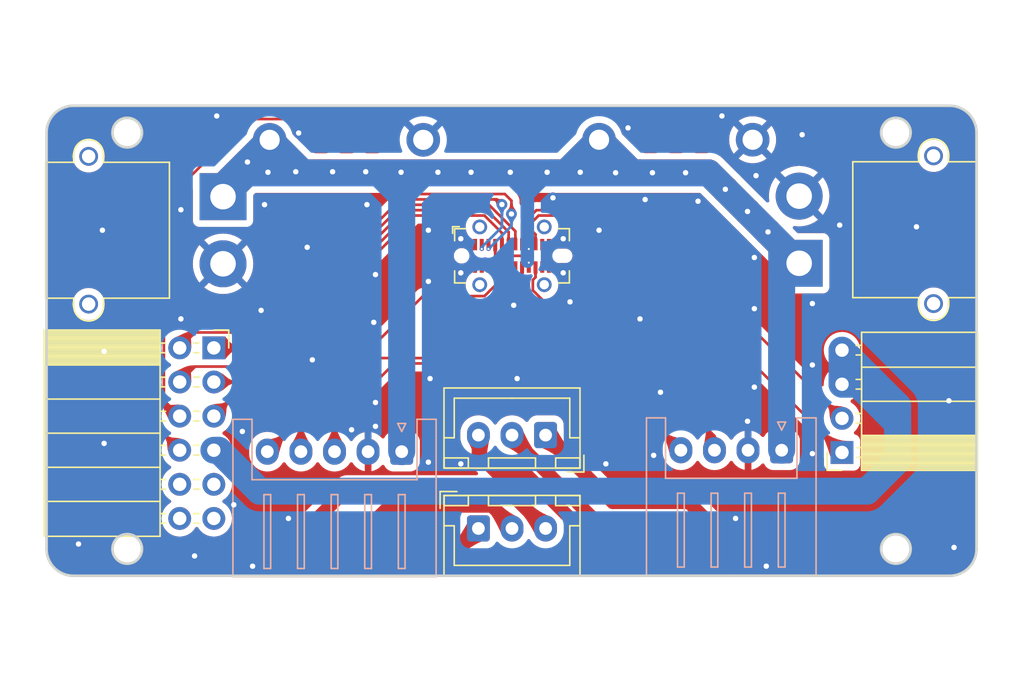
<source format=kicad_pcb>
(kicad_pcb (version 20221018) (generator pcbnew)
  (layers (0 "F.Cu" signal) (31 "B.Cu" signal) (34 "B.Paste" user) (35 "F.Paste" user) (36 "B.SilkS" user "B.Silkscreen") (37 "F.SilkS" user "F.Silkscreen") (38 "B.Mask" user) (39 "F.Mask" user) (44 "Edge.Cuts" user))
  (net 0 "")
  (net 1 "GND")
  (net 2 "/UART_TX")
  (net 3 "/UART_RX")
  (net 4 "+12V")
  (net 5 "/MDRX")
  (net 8 "/MDTX")
  (net 9 "/FET1")
  (net 10 "/FET2")
  (net 11 "/Line_NeoPixel")
  (net 12 "/FET3")
  (net 13 "/MouseRX")
  (net 15 "/MouseTX")
  (net 16 "/LineRX")
  (net 17 "/LineTX")
  (net 18 "/OUT1A")
  (net 19 "/OUT1B")
  (net 20 "/OUT1C")
  (net 21 "/OUT2A")
  (net 22 "/OUT2B")
  (net 23 "/OUT2C")
  (net 24 "+48V")
  (net 25 "/BLDC1")
  (net 26 "/BLDC2")
  (footprint "Connector_AMASS:AMASS_XT30PW-M_1x02_P2.50mm_Horizontal" (layer "F.Cu") (at 130.897 78.145 90)
    (fp_text reference "J4" hide)
    (fp_text value "Conn_01x02_Socket" hide)
    (pad "" thru_hole circle (at -8 -10 90) (size 1.4 1.4) (drill 1) (layers "*.Cu" "*.Mask"))
    (pad "" thru_hole circle (at 3 -10 90) (size 1.4 1.4) (drill 1) (layers "*.Cu" "*.Mask"))
    (pad "1" thru_hole rect (at 0 0 90) (size 3.5 3.5) (drill 1.9) (layers "*.Cu" "*.Mask") (net 4 "+12V"))
    (pad "2" thru_hole circle (at -5 0 90) (size 3.5 3.5) (drill 1.9) (layers "*.Cu" "*.Mask") (net 1 "GND"))
  )
  (footprint "Connector_JST:JST_XH_B3B-XH-A_1x03_P2.50mm_Vertical" (layer "F.Cu") (at 149.9 102.853)
    (fp_text reference "J5" hide)
    (fp_text value "Conn_01x03_Socket" hide)
    (pad "1" thru_hole roundrect (at 0 0) (size 1.7 1.95) (drill 0.95) (layers "*.Cu" "*.Mask") (roundrect_rratio 0.1470588235) (net 18 "/OUT1A"))
    (pad "2" thru_hole oval (at 2.5 0) (size 1.7 1.95) (drill 0.95) (layers "*.Cu" "*.Mask") (net 19 "/OUT1B"))
    (pad "3" thru_hole oval (at 5 0) (size 1.7 1.95) (drill 0.95) (layers "*.Cu" "*.Mask") (net 20 "/OUT1C"))
  )
  (footprint "Connector_USB:USB_C_Receptacle_GCT_USB4115-03-C" (layer "F.Cu") (at 152.4 82.55)
    (fp_text reference "J1" hide)
    (fp_text value "UJ32-C-V-G-TH-5-P24-TR" hide)
    (pad "" np_thru_hole circle (at -3.75 0) (size 0.66 0.66) (drill 0.66) (layers "F&B.Cu" "*.Mask"))
    (pad "" np_thru_hole oval (at 3.75 0) (size 1 0.58) (drill oval 1 0.58) (layers "F&B.Cu" "*.Mask"))
    (pad "A1" smd rect (at -2.75 -0.835) (size 0.3 0.85) (layers "F.Cu" "F.Paste" "F.Mask") (net 1 "GND"))
    (pad "A2" smd rect (at -2.25 -0.835) (size 0.3 0.85) (layers "F.Cu" "F.Paste" "F.Mask") (net 8 "/MDTX"))
    (pad "A3" smd rect (at -1.75 -0.835) (size 0.3 0.85) (layers "F.Cu" "F.Paste" "F.Mask") (net 5 "/MDRX"))
    (pad "A4" smd rect (at -1.25 -0.835) (size 0.3 0.85) (layers "F.Cu" "F.Paste" "F.Mask") (net 4 "+12V"))
    (pad "A5" smd rect (at -0.75 -0.835) (size 0.3 0.85) (layers "F.Cu" "F.Paste" "F.Mask") (net 12 "/FET3"))
    (pad "A6" smd rect (at -0.25 -0.835) (size 0.3 0.85) (layers "F.Cu" "F.Paste" "F.Mask") (net 9 "/FET1"))
    (pad "A7" smd rect (at 0.25 -0.835) (size 0.3 0.85) (layers "F.Cu" "F.Paste" "F.Mask") (net 10 "/FET2"))
    (pad "A8" smd rect (at 0.75 -0.835) (size 0.3 0.85) (layers "F.Cu" "F.Paste" "F.Mask") (net 3 "/UART_RX"))
    (pad "A9" smd rect (at 1.25 -0.835) (size 0.3 0.85) (layers "F.Cu" "F.Paste" "F.Mask") (net 4 "+12V"))
    (pad "A10" smd rect (at 1.75 -0.835) (size 0.3 0.85) (layers "F.Cu" "F.Paste" "F.Mask") (net 2 "/UART_TX"))
    (pad "A11" smd rect (at 2.25 -0.835) (size 0.3 0.85) (layers "F.Cu" "F.Paste" "F.Mask"))
    (pad "A12" smd rect (at 2.75 -0.835) (size 0.3 0.85) (layers "F.Cu" "F.Paste" "F.Mask") (net 1 "GND"))
    (pad "B1" smd rect (at 2.75 0.835) (size 0.3 0.85) (layers "F.Cu" "F.Paste" "F.Mask") (net 1 "GND"))
    (pad "B2" smd rect (at 2.25 0.835) (size 0.3 0.85) (layers "F.Cu" "F.Paste" "F.Mask"))
    (pad "B3" smd rect (at 1.75 0.835) (size 0.3 0.85) (layers "F.Cu" "F.Paste" "F.Mask") (net 13 "/MouseRX"))
    (pad "B4" smd rect (at 1.25 0.835) (size 0.3 0.85) (layers "F.Cu" "F.Paste" "F.Mask") (net 4 "+12V"))
    (pad "B5" smd rect (at 0.75 0.835) (size 0.3 0.85) (layers "F.Cu" "F.Paste" "F.Mask") (net 15 "/MouseTX"))
    (pad "B6" smd rect (at 0.25 0.835) (size 0.3 0.85) (layers "F.Cu" "F.Paste" "F.Mask") (net 16 "/LineRX"))
    (pad "B7" smd rect (at -0.25 0.835) (size 0.3 0.85) (layers "F.Cu" "F.Paste" "F.Mask") (net 17 "/LineTX"))
    (pad "B8" smd rect (at -0.75 0.835) (size 0.3 0.85) (layers "F.Cu" "F.Paste" "F.Mask") (net 11 "/Line_NeoPixel"))
    (pad "B9" smd rect (at -1.25 0.835) (size 0.3 0.85) (layers "F.Cu" "F.Paste" "F.Mask") (net 4 "+12V"))
    (pad "B10" smd rect (at -1.75 0.835) (size 0.3 0.85) (layers "F.Cu" "F.Paste" "F.Mask"))
    (pad "B11" smd rect (at -2.25 0.835) (size 0.3 0.85) (layers "F.Cu" "F.Paste" "F.Mask"))
    (pad "B12" smd rect (at -2.75 0.835) (size 0.3 0.85) (layers "F.Cu" "F.Paste" "F.Mask") (net 1 "GND"))
    (pad "S1" thru_hole circle (at -2.4 -2.15) (size 1.1 1.1) (drill 0.7) (layers "*.Cu" "*.Mask" "F.Paste"))
    (pad "S1" thru_hole circle (at -2.4 2.15) (size 1.1 1.1) (drill 0.7) (layers "*.Cu" "*.Mask" "F.Paste"))
    (pad "S1" thru_hole circle (at 2.4 -2.15) (size 1.1 1.1) (drill 0.7) (layers "*.Cu" "*.Mask" "F.Paste"))
    (pad "S1" thru_hole circle (at 2.4 2.15) (size 1.1 1.1) (drill 0.7) (layers "*.Cu" "*.Mask" "F.Paste"))
    (zone (net 0) (net_name "") (layer "F.Cu") (name "peg") (connect_pads (clearance 0)) (min_thickness 0.254)
      (keepout (tracks allowed) (vias allowed) (pads not_allowed) (copperpour not_allowed) (footprints not_allowed))
      (fill (thermal_gap 0.508) (thermal_bridge_width 0.508))
      (polygon (pts (xy 153.2 80.75) (xy 151.6 80.75) (xy 151.6 80.05) (xy 153.2 80.05)))
    )
    (zone (net 0) (net_name "") (layer "F.Cu") (name "peg") (connect_pads (clearance 0)) (min_thickness 0.254)
      (keepout (tracks allowed) (vias allowed) (pads not_allowed) (copperpour not_allowed) (footprints not_allowed))
      (fill (thermal_gap 0.508) (thermal_bridge_width 0.508))
      (polygon (pts (xy 153.2 85.05) (xy 151.6 85.05) (xy 151.6 84.35) (xy 153.2 84.35)))
    )
  )
  (footprint "ESC:ESC_20A" (layer "F.Cu") (at 164.592 106.926 180)
    (fp_text reference "U2" hide)
    (fp_text value "~" hide)
    (pad "1" thru_hole circle (at 5.715 33.02 270) (size 2.5 2.5) (drill 1.5) (layers "*.Cu" "*.Mask") (net 4 "+12V"))
    (pad "2" thru_hole circle (at -5.715 33.02 270) (size 2.5 2.5) (drill 1.5) (layers "*.Cu" "*.Mask") (net 1 "GND"))
    (pad "3" smd roundrect (at -1.905 33.02 180) (size 1.5 2) (layers "F.Cu" "F.Paste" "F.Mask") (net 26 "/BLDC2"))
    (pad "4" smd roundrect (at 0 33.02 180) (size 1.5 2) (layers "F.Cu" "F.Paste" "F.Mask"))
    (pad "5" smd roundrect (at 1.905 33.02 180) (size 1.5 2) (layers "F.Cu" "F.Paste" "F.Mask") (net 1 "GND"))
    (pad "6" smd circle (at -4.445 2.54 180) (size 2.5 2.5) (layers "F.Cu" "F.Paste" "F.Mask") (net 21 "/OUT2A"))
    (pad "7" smd circle (at 0 2.54 180) (size 2.5 2.5) (layers "F.Cu" "F.Paste" "F.Mask") (net 22 "/OUT2B"))
    (pad "8" smd circle (at 4.445 2.54 270) (size 2.5 2.5) (layers "F.Cu" "F.Paste" "F.Mask") (net 23 "/OUT2C"))
  )
  (footprint "Connector_JST:JST_XH_B3B-XH-A_1x03_P2.50mm_Vertical" (layer "F.Cu") (at 154.9 95.902 180)
    (fp_text reference "J6" hide)
    (fp_text value "Conn_01x03_Socket" hide)
    (pad "1" thru_hole roundrect (at 0 0 180) (size 1.7 1.95) (drill 0.95) (layers "*.Cu" "*.Mask") (roundrect_rratio 0.1470588235) (net 21 "/OUT2A"))
    (pad "2" thru_hole oval (at 2.5 0 180) (size 1.7 1.95) (drill 0.95) (layers "*.Cu" "*.Mask") (net 22 "/OUT2B"))
    (pad "3" thru_hole oval (at 5 0 180) (size 1.7 1.95) (drill 0.95) (layers "*.Cu" "*.Mask") (net 23 "/OUT2C"))
  )
  (footprint "Connector_PinSocket_2.54mm:PinSocket_2x06_P2.54mm_Horizontal" (layer "F.Cu") (at 130.212 89.408)
    (fp_text reference "J8" hide)
    (fp_text value "Conn_01x08_Socket" hide)
    (pad "1" thru_hole rect (at 0 0) (size 1.7 1.7) (drill 1) (layers "*.Cu" "*.Mask") (net 8 "/MDTX"))
    (pad "2" thru_hole oval (at -2.54 0) (size 1.7 1.7) (drill 1) (layers "*.Cu" "*.Mask") (net 5 "/MDRX"))
    (pad "3" thru_hole oval (at 0 2.54) (size 1.7 1.7) (drill 1) (layers "*.Cu" "*.Mask") (net 9 "/FET1"))
    (pad "4" thru_hole oval (at -2.54 2.54) (size 1.7 1.7) (drill 1) (layers "*.Cu" "*.Mask") (net 10 "/FET2"))
    (pad "5" thru_hole oval (at 0 5.08) (size 1.7 1.7) (drill 1) (layers "*.Cu" "*.Mask") (net 12 "/FET3"))
    (pad "6" thru_hole oval (at -2.54 5.08) (size 1.7 1.7) (drill 1) (layers "*.Cu" "*.Mask") (net 25 "/BLDC1"))
    (pad "7" thru_hole oval (at 0 7.62) (size 1.7 1.7) (drill 1) (layers "*.Cu" "*.Mask") (net 24 "+48V"))
    (pad "8" thru_hole oval (at -2.54 7.62) (size 1.7 1.7) (drill 1) (layers "*.Cu" "*.Mask") (net 26 "/BLDC2"))
    (pad "9" thru_hole oval (at 0 10.16) (size 1.7 1.7) (drill 1) (layers "*.Cu" "*.Mask"))
    (pad "10" thru_hole oval (at -2.54 10.16) (size 1.7 1.7) (drill 1) (layers "*.Cu" "*.Mask"))
    (pad "11" thru_hole oval (at 0 12.7) (size 1.7 1.7) (drill 1) (layers "*.Cu" "*.Mask"))
    (pad "12" thru_hole oval (at -2.54 12.7) (size 1.7 1.7) (drill 1) (layers "*.Cu" "*.Mask"))
  )
  (footprint "Connector_AMASS:AMASS_XT30PW-M_1x02_P2.50mm_Horizontal" (layer "F.Cu") (at 173.769 83.106 -90)
    (fp_text reference "J3" hide)
    (fp_text value "Conn_01x02_Socket" hide)
    (pad "" thru_hole circle (at -8 -10 270) (size 1.4 1.4) (drill 1) (layers "*.Cu" "*.Mask"))
    (pad "" thru_hole circle (at 3 -10 270) (size 1.4 1.4) (drill 1) (layers "*.Cu" "*.Mask"))
    (pad "1" thru_hole rect (at 0 0 270) (size 3.5 3.5) (drill 1.9) (layers "*.Cu" "*.Mask") (net 4 "+12V"))
    (pad "2" thru_hole circle (at -5 0 270) (size 3.5 3.5) (drill 1.9) (layers "*.Cu" "*.Mask") (net 1 "GND"))
  )
  (footprint "ESC:ESC_20A" (layer "F.Cu") (at 140.081 106.934 180)
    (fp_text reference "U1" hide)
    (fp_text value "~" hide)
    (pad "1" thru_hole circle (at 5.715 33.02 270) (size 2.5 2.5) (drill 1.5) (layers "*.Cu" "*.Mask") (net 4 "+12V"))
    (pad "2" thru_hole circle (at -5.715 33.02 270) (size 2.5 2.5) (drill 1.5) (layers "*.Cu" "*.Mask") (net 1 "GND"))
    (pad "3" smd roundrect (at -1.905 33.02 180) (size 1.5 2) (layers "F.Cu" "F.Paste" "F.Mask") (net 25 "/BLDC1"))
    (pad "4" smd roundrect (at 0 33.02 180) (size 1.5 2) (layers "F.Cu" "F.Paste" "F.Mask"))
    (pad "5" smd roundrect (at 1.905 33.02 180) (size 1.5 2) (layers "F.Cu" "F.Paste" "F.Mask") (net 1 "GND"))
    (pad "6" smd circle (at -4.445 2.54 180) (size 2.5 2.5) (layers "F.Cu" "F.Paste" "F.Mask") (net 18 "/OUT1A"))
    (pad "7" smd circle (at 0 2.54 180) (size 2.5 2.5) (layers "F.Cu" "F.Paste" "F.Mask") (net 19 "/OUT1B"))
    (pad "8" smd circle (at 4.445 2.54 270) (size 2.5 2.5) (layers "F.Cu" "F.Paste" "F.Mask") (net 20 "/OUT1C"))
  )
  (footprint "Connector_PinSocket_2.54mm:PinSocket_1x04_P2.54mm_Horizontal" (layer "F.Cu") (at 176.956 97.195 180)
    (fp_text reference "J7" hide)
    (fp_text value "Conn_01x04_Socket" hide)
    (pad "1" thru_hole rect (at 0 0 180) (size 1.7 1.7) (drill 1) (layers "*.Cu" "*.Mask") (net 2 "/UART_TX"))
    (pad "2" thru_hole oval (at 0 2.54 180) (size 1.7 1.7) (drill 1) (layers "*.Cu" "*.Mask") (net 3 "/UART_RX"))
    (pad "3" thru_hole oval (at 0 5.08 180) (size 1.7 1.7) (drill 1) (layers "*.Cu" "*.Mask") (net 24 "+48V"))
    (pad "4" thru_hole oval (at 0 7.62 180) (size 1.7 1.7) (drill 1) (layers "*.Cu" "*.Mask") (net 24 "+48V"))
  )
  (footprint "Connector_JST:JST_XH_S4B-XH-A_1x04_P2.50mm_Horizontal" (layer "B.Cu") (at 172.466 97.028 180)
    (fp_text reference "J9" hide)
    (fp_text value "Conn_01x04_Socket" hide)
    (pad "1" thru_hole roundrect (at 0 0 180) (size 1.7 1.95) (drill 0.95) (layers "*.Cu" "*.Mask") (roundrect_rratio 0.1470588235) (net 4 "+12V"))
    (pad "2" thru_hole oval (at 2.5 0 180) (size 1.7 1.95) (drill 0.95) (layers "*.Cu" "*.Mask") (net 1 "GND"))
    (pad "3" thru_hole oval (at 5 0 180) (size 1.7 1.95) (drill 0.95) (layers "*.Cu" "*.Mask") (net 13 "/MouseRX"))
    (pad "4" thru_hole oval (at 7.5 0 180) (size 1.7 1.95) (drill 0.95) (layers "*.Cu" "*.Mask") (net 15 "/MouseTX"))
  )
  (footprint "Connector_JST:JST_XH_S5B-XH-A_1x05_P2.50mm_Horizontal" (layer "B.Cu") (at 144.192 97.134 180)
    (fp_text reference "J2" hide)
    (fp_text value "Conn_01x05_Socket" hide)
    (pad "1" thru_hole roundrect (at 0 0 180) (size 1.7 1.95) (drill 0.95) (layers "*.Cu" "*.Mask") (roundrect_rratio 0.1470588235) (net 4 "+12V"))
    (pad "2" thru_hole oval (at 2.5 0 180) (size 1.7 1.95) (drill 0.95) (layers "*.Cu" "*.Mask") (net 1 "GND"))
    (pad "3" thru_hole oval (at 5 0 180) (size 1.7 1.95) (drill 0.95) (layers "*.Cu" "*.Mask") (net 16 "/LineRX"))
    (pad "4" thru_hole oval (at 7.5 0 180) (size 1.7 1.95) (drill 0.95) (layers "*.Cu" "*.Mask") (net 17 "/LineTX"))
    (pad "5" thru_hole oval (at 10 0 180) (size 1.7 1.95) (drill 0.95) (layers "*.Cu" "*.Mask") (net 11 "/Line_NeoPixel"))
  )
  (gr_line (start 117.76701 73.377) (end 117.76701 104.377) (stroke (width 0.2)) (layer "Edge.Cuts"))
  (gr_line (start 186.96499 104.377) (end 186.96499 73.377) (stroke (width 0.2)) (layer "Edge.Cuts"))
  (gr_arc (start 119.76701 106.377) (mid 118.352796 105.791214) (end 117.76701 104.377) (stroke (width 0.2)) (layer "Edge.Cuts"))
  (gr_line (start 184.96499 71.377) (end 119.76701 71.377) (stroke (width 0.2)) (layer "Edge.Cuts"))
  (gr_circle (center 123.76701 104.377) (end 124.86701 104.377) (stroke (width 0.2)) (fill none) (layer "Edge.Cuts"))
  (gr_arc (start 186.96499 104.377) (mid 186.379203 105.79121) (end 184.96499 106.377) (stroke (width 0.2)) (layer "Edge.Cuts"))
  (gr_circle (center 180.96499 73.377) (end 182.06499 73.377) (stroke (width 0.2)) (fill none) (layer "Edge.Cuts"))
  (gr_circle (center 123.76701 73.377) (end 124.86701 73.377) (stroke (width 0.2)) (fill none) (layer "Edge.Cuts"))
  (gr_circle (center 180.96499 104.377) (end 182.06499 104.377) (stroke (width 0.2)) (fill none) (layer "Edge.Cuts"))
  (gr_line (start 119.76701 106.377) (end 184.96499 106.377) (stroke (width 0.2)) (layer "Edge.Cuts"))
  (gr_arc (start 184.96499 71.377) (mid 186.37921 71.962783) (end 186.96499 73.377) (stroke (width 0.2)) (layer "Edge.Cuts"))
  (gr_arc (start 117.76701 73.377) (mid 118.352796 71.962786) (end 119.76701 71.377) (stroke (width 0.2)) (layer "Edge.Cuts"))
  (segment (start 149.025 81.715) (end 148.59 81.28) (width 0.2) (layer "F.Cu") (net 1))
  (segment (start 155.15 81.715) (end 155.775 81.715) (width 0.2) (layer "F.Cu") (net 1))
  (segment (start 149.025 83.385) (end 148.59 83.82) (width 0.2) (layer "F.Cu") (net 1))
  (segment (start 155.775 83.385) (end 156.21 83.82) (width 0.2) (layer "F.Cu") (net 1))
  (segment (start 155.775 81.715) (end 156.21 81.28) (width 0.2) (layer "F.Cu") (net 1))
  (segment (start 149.65 83.385) (end 149.025 83.385) (width 0.2) (layer "F.Cu") (net 1))
  (segment (start 149.65 81.715) (end 149.025 81.715) (width 0.2) (layer "F.Cu") (net 1))
  (segment (start 155.15 83.385) (end 155.775 83.385) (width 0.2) (layer "F.Cu") (net 1))
  (via (at 162.306 78.359) (size 0.8) (drill 0.4) (layers "F.Cu" "B.Cu") (net 1))
  (via (at 146.177 97.917) (size 0.8) (drill 0.4) (layers "F.Cu" "B.Cu") (net 1))
  (via (at 152.527 86.233) (size 0.8) (drill 0.4) (layers "F.Cu" "B.Cu") (net 1))
  (via (at 127.762 79.121) (size 0.8) (drill 0.4) (layers "F.Cu" "B.Cu") (net 1))
  (via (at 141.605 78.74) (size 0.8) (drill 0.4) (layers "F.Cu" "B.Cu") (net 1))
  (via (at 182.499 80.391) (size 0.8) (drill 0.4) (layers "F.Cu" "B.Cu") (net 1))
  (via (at 152.781 91.694) (size 0.8) (drill 0.4) (layers "F.Cu" "B.Cu") (net 1))
  (via (at 174.752 90.678) (size 0.8) (drill 0.4) (layers "F.Cu" "B.Cu") (net 1))
  (via (at 170.434 92.329) (size 0.8) (drill 0.4) (layers "F.Cu" "B.Cu") (net 1))
  (via (at 169.037 102.108) (size 0.8) (drill 0.4) (layers "F.Cu" "B.Cu") (net 1))
  (via (at 148.59 81.28) (size 0.8) (drill 0.4) (layers "F.Cu" "B.Cu") (net 1))
  (via (at 146.177 84.455) (size 0.8) (drill 0.4) (layers "F.Cu" "B.Cu") (net 1))
  (via (at 176.784 80.264) (size 0.8) (drill 0.4) (layers "F.Cu" "B.Cu") (net 1))
  (via (at 140.462 95.504) (size 0.8) (drill 0.4) (layers "F.Cu" "B.Cu") (net 1))
  (via (at 135.763 102.108) (size 0.8) (drill 0.4) (layers "F.Cu" "B.Cu") (net 1))
  (via (at 128.778 104.902) (size 0.8) (drill 0.4) (layers "F.Cu" "B.Cu") (net 1))
  (via (at 122.047 89.662) (size 0.8) (drill 0.4) (layers "F.Cu" "B.Cu") (net 1))
  (via (at 148.59 98.044) (size 0.8) (drill 0.4) (layers "F.Cu" "B.Cu") (net 1))
  (via (at 156.21 81.28) (size 0.8) (drill 0.4) (layers "F.Cu" "B.Cu") (net 1))
  (via (at 146.177 80.645) (size 0.8) (drill 0.4) (layers "F.Cu" "B.Cu") (net 1))
  (via (at 166.243 78.486) (size 0.8) (drill 0.4) (layers "F.Cu" "B.Cu") (net 1))
  (via (at 174.752 86.106) (size 0.8) (drill 0.4) (layers "F.Cu" "B.Cu") (net 1))
  (via (at 146.304 91.694) (size 0.8) (drill 0.4) (layers "F.Cu" "B.Cu") (net 1))
  (via (at 137.16 81.915) (size 0.8) (drill 0.4) (layers "F.Cu" "B.Cu") (net 1))
  (via (at 163.449 92.71) (size 0.8) (drill 0.4) (layers "F.Cu" "B.Cu") (net 1))
  (via (at 171.323 105.664) (size 0.8) (drill 0.4) (layers "F.Cu" "B.Cu") (net 1))
  (via (at 170.434 82.677) (size 0.8) (drill 0.4) (layers "F.Cu" "B.Cu") (net 1))
  (via (at 133.096 105.664) (size 0.8) (drill 0.4) (layers "F.Cu" "B.Cu") (net 1))
  (via (at 127.762 87.249) (size 0.8) (drill 0.4) (layers "F.Cu" "B.Cu") (net 1))
  (via (at 122.047 96.52) (size 0.8) (drill 0.4) (layers "F.Cu" "B.Cu") (net 1))
  (via (at 131.699 101.092) (size 0.8) (drill 0.4) (layers "F.Cu" "B.Cu") (net 1))
  (via (at 137.541 90.297) (size 0.8) (drill 0.4) (layers "F.Cu" "B.Cu") (net 1))
  (via (at 133.985 78.74) (size 0.8) (drill 0.4) (layers "F.Cu" "B.Cu") (net 1))
  (via (at 132.334 95.631) (size 0.8) (drill 0.4) (layers "F.Cu" "B.Cu") (net 1))
  (via (at 161.925 87.249) (size 0.8) (drill 0.4) (layers "F.Cu" "B.Cu") (net 1))
  (via (at 120.142 104.013) (size 0.8) (drill 0.4) (layers "F.Cu" "B.Cu") (net 1))
  (via (at 142.24 83.947) (size 0.8) (drill 0.4) (layers "F.Cu" "B.Cu") (net 1))
  (via (at 142.24 93.472) (size 0.8) (drill 0.4) (layers "F.Cu" "B.Cu") (net 1))
  (via (at 158.877 80.645) (size 0.8) (drill 0.4) (layers "F.Cu" "B.Cu") (net 1))
  (via (at 136.525 73.406) (size 0.8) (drill 0.4) (layers "F.Cu" "B.Cu") (net 1))
  (via (at 185.293 104.267) (size 0.8) (drill 0.4) (layers "F.Cu" "B.Cu") (net 1))
  (via (at 169.926 94.869) (size 0.8) (drill 0.4) (layers "F.Cu" "B.Cu") (net 1))
  (via (at 130.429 72.136) (size 0.8) (drill 0.4) (layers "F.Cu" "B.Cu") (net 1))
  (via (at 133.731 86.614) (size 0.8) (drill 0.4) (layers "F.Cu" "B.Cu") (net 1))
  (via (at 162.941 97.409) (size 0.8) (drill 0.4) (layers "F.Cu" "B.Cu") (net 1))
  (via (at 161.036 73.025) (size 0.8) (drill 0.4) (layers "F.Cu" "B.Cu") (net 1))
  (via (at 159.385 98.044) (size 0.8) (drill 0.4) (layers "F.Cu" "B.Cu") (net 1))
  (via (at 156.21 83.82) (size 0.8) (drill 0.4) (layers "F.Cu" "B.Cu") (net 1))
  (via (at 155.448 78.232) (size 0.8) (drill 0.4) (layers "F.Cu" "B.Cu") (net 1))
  (via (at 142.113 87.503) (size 0.8) (drill 0.4) (layers "F.Cu" "B.Cu") (net 1))
  (via (at 148.59 83.82) (size 0.8) (drill 0.4) (layers "F.Cu" "B.Cu") (net 1))
  (via (at 170.434 86.487) (size 0.8) (drill 0.4) (layers "F.Cu" "B.Cu") (net 1))
  (via (at 173.99 73.533) (size 0.8) (drill 0.4) (layers "F.Cu" "B.Cu") (net 1))
  (via (at 168.021 72.136) (size 0.8) (drill 0.4) (layers "F.Cu" "B.Cu") (net 1))
  (via (at 174.752 97.282) (size 0.8) (drill 0.4) (layers "F.Cu" "B.Cu") (net 1))
  (via (at 170.561 76.581) (size 0.8) (drill 0.4) (layers "F.Cu" "B.Cu") (net 1))
  (via (at 142.24 95.25) (size 0.8) (drill 0.4) (layers "F.Cu" "B.Cu") (net 1))
  (via (at 156.718 85.979) (size 0.8) (drill 0.4) (layers "F.Cu" "B.Cu") (net 1))
  (via (at 121.92 80.645) (size 0.8) (drill 0.4) (layers "F.Cu" "B.Cu") (net 1))
  (via (at 184.912 93.345) (size 0.8) (drill 0.4) (layers "F.Cu" "B.Cu") (net 1))
  (segment (start 154.15 81.715) (end 154.15 80.952082) (width 0.2) (layer "F.Cu") (net 2))
  (segment (start 153.924 80.726082) (end 153.924 80.01) (width 0.2) (layer "F.Cu") (net 2))
  (segment (start 154.15 80.952082) (end 153.924 80.726082) (width 0.2) (layer "F.Cu") (net 2))
  (segment (start 154.384 79.55) (end 159.311 79.55) (width 0.2) (layer "F.Cu") (net 2))
  (segment (start 159.311 79.55) (end 176.956 97.195) (width 0.2) (layer "F.Cu") (net 2))
  (segment (start 153.924 80.01) (end 154.384 79.55) (width 0.2) (layer "F.Cu") (net 2))
  (segment (start 154.218314 79.15) (end 153.15 80.218314) (width 0.2) (layer "F.Cu") (net 3))
  (segment (start 161.451 79.15) (end 154.218314 79.15) (width 0.2) (layer "F.Cu") (net 3))
  (segment (start 176.956 94.655) (end 161.451 79.15) (width 0.2) (layer "F.Cu") (net 3))
  (segment (start 153.15 80.218314) (end 153.15 81.715) (width 0.2) (layer "F.Cu") (net 3))
  (segment (start 171.435 80.772) (end 171.45 80.772) (width 2) (layer "F.Cu") (net 4))
  (segment (start 158.877 73.906) (end 161.335 76.364) (width 2) (layer "F.Cu") (net 4))
  (segment (start 160.11 76.364) (end 159.004 76.364) (width 2) (layer "F.Cu") (net 4))
  (segment (start 138.811 76.364) (end 155.321 76.364) (width 2) (layer "F.Cu") (net 4))
  (segment (start 134.202 76.364) (end 134.239 76.327) (width 2) (layer "F.Cu") (net 4))
  (segment (start 130.897 78.145) (end 130.897 77.383) (width 2) (layer "F.Cu") (net 4))
  (segment (start 134.366 73.914) (end 136.816 76.364) (width 2) (layer "F.Cu") (net 4))
  (segment (start 151.15 82.55) (end 151.15 83.385) (width 0.2) (layer "F.Cu") (net 4))
  (segment (start 134.239 76.327) (end 134.276 76.364) (width 2) (layer "F.Cu") (net 4))
  (segment (start 132.715 75.565) (end 134.366 73.914) (width 2) (layer "F.Cu") (net 4))
  (segment (start 169.911 79.248) (end 169.926 79.248) (width 2) (layer "F.Cu") (net 4))
  (segment (start 158.877 73.906) (end 158.877 76.237) (width 2) (layer "F.Cu") (net 4))
  (segment (start 153.65 83.058) (end 153.65 83.385) (width 0.2) (layer "F.Cu") (net 4))
  (segment (start 165.317 76.364) (end 167.027 76.364) (width 2) (layer "F.Cu") (net 4))
  (segment (start 153.65 82.042) (end 153.65 82.55) (width 0.2) (layer "F.Cu") (net 4))
  (segment (start 161.335 76.364) (end 161.925 76.364) (width 2) (layer "F.Cu") (net 4))
  (segment (start 158.877 73.906) (end 156.419 76.364) (width 2) (layer "F.Cu") (net 4))
  (segment (start 151.15 82.55) (end 153.65 82.55) (width 0.2) (layer "F.Cu") (net 4))
  (segment (start 171.45 80.787) (end 173.769 83.106) (width 2) (layer "F.Cu") (net 4))
  (segment (start 168.26 77.597) (end 168.275 77.597) (width 2) (layer "F.Cu") (net 4))
  (segment (start 132.678 76.364) (end 134.202 76.364) (width 2) (layer "F.Cu") (net 4))
  (segment (start 153.65 82.55) (end 153.65 83.058) (width 0.2) (layer "F.Cu") (net 4))
  (segment (start 134.366 76.364) (end 138.811 76.364) (width 2) (layer "F.Cu") (net 4))
  (segment (start 168.275 77.597) (end 168.275 77.612) (width 2) (layer "F.Cu") (net 4))
  (segment (start 168.275 77.612) (end 169.911 79.248) (width 2) (layer "F.Cu") (net 4))
  (segment (start 160.11 76.364) (end 160.491 76.364) (width 2) (layer "F.Cu") (net 4))
  (segment (start 156.419 76.364) (end 155.321 76.364) (width 2) (layer "F.Cu") (net 4))
  (segment (start 167.027 76.364) (end 168.26 77.597) (width 2) (layer "F.Cu") (net 4))
  (segment (start 130.897 78.145) (end 132.678 76.364) (width 2) (layer "F.Cu") (net 4))
  (segment (start 171.45 80.772) (end 171.45 80.787) (width 2) (layer "F.Cu") (net 4))
  (segment (start 136.816 76.364) (end 138.811 76.364) (width 2) (layer "F.Cu") (net 4))
  (segment (start 162.851 76.364) (end 161.925 76.364) (width 2) (layer "F.Cu") (net 4))
  (segment (start 160.491 76.364) (end 161.925 76.364) (width 2) (layer "F.Cu") (net 4))
  (segment (start 153.65 81.715) (end 153.65 82.042) (width 0.2) (layer "F.Cu") (net 4))
  (segment (start 155.321 76.364) (end 159.004 76.364) (width 2) (layer "F.Cu") (net 4))
  (segment (start 158.877 76.237) (end 159.004 76.364) (width 2) (layer "F.Cu") (net 4))
  (segment (start 162.851 76.364) (end 165.317 76.364) (width 2) (layer "F.Cu") (net 4))
  (segment (start 169.926 79.263) (end 171.435 80.772) (width 2) (layer "F.Cu") (net 4))
  (segment (start 169.926 79.248) (end 169.926 79.263) (width 2) (layer "F.Cu") (net 4))
  (segment (start 134.366 73.914) (end 134.366 76.364) (width 2) (layer "F.Cu") (net 4))
  (segment (start 130.897 77.383) (end 132.715 75.565) (width 2) (layer "F.Cu") (net 4))
  (segment (start 151.15 81.715) (end 151.15 82.55) (width 0.2) (layer "F.Cu") (net 4))
  (segment (start 134.276 76.364) (end 134.366 76.364) (width 2) (layer "F.Cu") (net 4))
  (via (at 171.45 80.772) (size 0.8) (drill 0.4) (layers "F.Cu" "B.Cu") (net 4))
  (via (at 157.48 76.327) (size 0.8) (drill 0.4) (layers "F.Cu" "B.Cu") (net 4))
  (via (at 141.515 76.29) (size 0.8) (drill 0.4) (layers "F.Cu" "B.Cu") (net 4))
  (via (at 168.275 77.597) (size 0.8) (drill 0.4) (layers "F.Cu" "B.Cu") (net 4))
  (via (at 165.317 76.364) (size 0.8) (drill 0.4) (layers "F.Cu" "B.Cu") (net 4))
  (via (at 139.049 76.29) (size 0.8) (drill 0.4) (layers "F.Cu" "B.Cu") (net 4))
  (via (at 132.715 75.565) (size 0.8) (drill 0.4) (layers "F.Cu" "B.Cu") (net 4))
  (via (at 152.273 76.327) (size 0.8) (drill 0.4) (layers "F.Cu" "B.Cu") (net 4))
  (via (at 149.352 76.327) (size 0.8) (drill 0.4) (layers "F.Cu" "B.Cu") (net 4))
  (via micro (at 153.65 82.042) (size 0.3) (drill 0.15) (layers "F.Cu" "B.Cu") (net 4))
  (via (at 146.886 76.327) (size 0.8) (drill 0.4) (layers "F.Cu" "B.Cu") (net 4))
  (via (at 169.926 79.248) (size 0.8) (drill 0.4) (layers "F.Cu" "B.Cu") (net 4))
  (via micro (at 153.65 83.058) (size 0.3) (drill 0.15) (layers "F.Cu" "B.Cu") (net 4))
  (via (at 155.014 76.327) (size 0.8) (drill 0.4) (layers "F.Cu" "B.Cu") (net 4))
  (via (at 134.239 76.327) (size 0.8) (drill 0.4) (layers "F.Cu" "B.Cu") (net 4))
  (via (at 162.851 76.364) (size 0.8) (drill 0.4) (layers "F.Cu" "B.Cu") (net 4))
  (via (at 136.308 76.29) (size 0.8) (drill 0.4) (layers "F.Cu" "B.Cu") (net 4))
  (via (at 144.145 76.327) (size 0.8) (drill 0.4) (layers "F.Cu" "B.Cu") (net 4))
  (via (at 160.11 76.364) (size 0.8) (drill 0.4) (layers "F.Cu" "B.Cu") (net 4))
  (segment (start 130.897 78.145) (end 130.897 77.383) (width 2) (layer "B.Cu") (net 4))
  (segment (start 142.494 76.378) (end 145.796 76.378) (width 2) (layer "B.Cu") (net 4))
  (segment (start 172.466 84.409) (end 173.769 83.106) (width 2) (layer "B.Cu") (net 4))
  (segment (start 172.466 97.028) (end 172.466 84.409) (width 2) (layer "B.Cu") (net 4))
  (segment (start 137.414 76.378) (end 142.494 76.378) (width 2) (layer "B.Cu") (net 4))
  (segment (start 158.877 73.906) (end 161.349 76.378) (width 2) (layer "B.Cu") (net 4))
  (segment (start 130.897 77.383) (end 134.366 73.914) (width 2) (layer "B.Cu") (net 4))
  (segment (start 153.543 76.378) (end 155.194 76.378) (width 2) (layer "B.Cu") (net 4))
  (segment (start 134.366 73.914) (end 136.83 76.378) (width 2) (layer "B.Cu") (net 4))
  (segment (start 153.543 78.029) (end 151.892 76.378) (width 1) (layer "B.Cu") (net 4))
  (segment (start 162.052 76.378) (end 167.041 76.378) (width 2) (layer "B.Cu") (net 4))
  (segment (start 134.112 76.378) (end 137.414 76.378) (width 2) (layer "B.Cu") (net 4))
  (segment (start 153.543 79.629) (end 153.543 82.951) (width 1) (layer "B.Cu") (net 4))
  (segment (start 132.664 76.378) (end 134.112 76.378) (width 2) (layer "B.Cu") (net 4))
  (segment (start 153.543 76.378) (end 153.543 79.629) (width 1) (layer "B.Cu") (net 4))
  (segment (start 144.192 78.076) (end 142.494 76.378) (width 2) (layer "B.Cu") (net 4))
  (segment (start 130.897 78.145) (end 132.664 76.378) (width 2) (layer "B.Cu") (net 4))
  (segment (start 134.366 76.124) (end 134.112 76.378) (width 2) (layer "B.Cu") (net 4))
  (segment (start 144.192 77.982) (end 145.796 76.378) (width 2) (layer "B.Cu") (net 4))
  (segment (start 156.405 76.378) (end 155.194 76.378) (width 2) (layer "B.Cu") (net 4))
  (segment (start 172.466 97.028) (end 172.466 81.803) (width 2) (layer "B.Cu") (net 4))
  (segment (start 167.041 76.378) (end 171.3155 80.6525) (width 2) (layer "B.Cu") (net 4))
  (segment (start 134.366 73.914) (end 134.366 76.124) (width 2) (layer "B.Cu") (net 4))
  (segment (start 151.892 76.378) (end 153.543 76.378) (width 2) (layer "B.Cu") (net 4))
  (segment (start 153.543 78.029) (end 155.194 76.378) (width 1) (layer "B.Cu") (net 4))
  (segment (start 172.466 81.803) (end 171.3155 80.6525) (width 2) (layer "B.Cu") (net 4))
  (segment (start 161.349 76.378) (end 162.052 76.378) (width 2) (layer "B.Cu") (net 4))
  (segment (start 153.543 79.629) (end 153.543 78.029) (width 1) (layer "B.Cu") (net 4))
  (segment (start 145.796 76.378) (end 151.892 76.378) (width 2) (layer "B.Cu") (net 4))
  (segment (start 171.3155 80.6525) (end 173.769 83.106) (width 2) (layer "B.Cu") (net 4))
  (segment (start 158.877 73.906) (end 158.877 76.378) (width 2) (layer "B.Cu") (net 4))
  (segment (start 155.194 76.378) (end 158.877 76.378) (width 2) (layer "B.Cu") (net 4))
  (segment (start 158.877 76.378) (end 162.052 76.378) (width 2) (layer "B.Cu") (net 4))
  (segment (start 136.83 76.378) (end 137.414 76.378) (width 2) (layer "B.Cu") (net 4))
  (segment (start 144.192 97.134) (end 144.192 77.982) (width 2) (layer "B.Cu") (net 4))
  (segment (start 158.877 73.906) (end 156.405 76.378) (width 2) (layer "B.Cu") (net 4))
  (segment (start 144.192 97.134) (end 144.192 78.076) (width 2) (layer "B.Cu") (net 4))
  (segment (start 144.487256 77.95) (end 134.179256 88.258) (width 0.2) (layer "F.Cu") (net 5))
  (segment (start 152.357811 78.444457) (end 151.863354 77.95) (width 0.2) (layer "F.Cu") (net 5))
  (segment (start 128.822 88.258) (end 127.672 89.408) (width 0.2) (layer "F.Cu") (net 5))
  (segment (start 134.179256 88.258) (end 128.822 88.258) (width 0.2) (layer "F.Cu") (net 5))
  (segment (start 151.863354 77.95) (end 144.487256 77.95) (width 0.2) (layer "F.Cu") (net 5))
  (segment (start 150.65 81.715) (end 150.65 82.041998) (width 0.2) (layer "F.Cu") (net 5))
  (segment (start 152.357811 79.434407) (end 152.357811 78.444457) (width 0.2) (layer "F.Cu") (net 5))
  (segment (start 150.65 82.041998) (end 150.649998 82.042) (width 0.2) (layer "F.Cu") (net 5))
  (via (at 152.357811 79.434407) (size 0.8) (drill 0.4) (layers "F.Cu" "B.Cu") (net 5))
  (via micro (at 150.649998 82.042) (size 0.3) (drill 0.15) (layers "F.Cu" "B.Cu") (net 5))
  (segment (start 152.357811 79.434407) (end 152.357811 80.334187) (width 0.2) (layer "B.Cu") (net 5))
  (segment (start 152.357811 80.334187) (end 150.649998 82.042) (width 0.2) (layer "B.Cu") (net 5))
  (segment (start 150.15 81.715) (end 150.15 82.041998) (width 0.2) (layer "F.Cu") (net 8))
  (segment (start 151.650702 78.727298) (end 151.273404 78.35) (width 0.2) (layer "F.Cu") (net 8))
  (segment (start 144.652942 78.35) (end 133.594942 89.408) (width 0.2) (layer "F.Cu") (net 8))
  (segment (start 133.594942 89.408) (end 130.212 89.408) (width 0.2) (layer "F.Cu") (net 8))
  (segment (start 151.273404 78.35) (end 144.652942 78.35) (width 0.2) (layer "F.Cu") (net 8))
  (segment (start 150.15 82.041998) (end 150.150002 82.042) (width 0.2) (layer "F.Cu") (net 8))
  (via micro (at 150.150002 82.042) (size 0.3) (drill 0.15) (layers "F.Cu" "B.Cu") (net 8))
  (via (at 151.650702 78.727298) (size 0.8) (drill 0.4) (layers "F.Cu" "B.Cu") (net 8))
  (segment (start 150.150002 81.905599) (end 150.150002 82.042) (width 0.2) (layer "B.Cu") (net 8))
  (segment (start 151.650702 78.727298) (end 151.650702 80.404899) (width 0.2) (layer "B.Cu") (net 8))
  (segment (start 151.650702 80.404899) (end 150.150002 81.905599) (width 0.2) (layer "B.Cu") (net 8))
  (segment (start 132.186314 91.948) (end 144.984315 79.15) (width 0.2) (layer "F.Cu") (net 9))
  (segment (start 144.984315 79.15) (end 150.517768 79.15) (width 0.2) (layer "F.Cu") (net 9))
  (segment (start 150.517768 79.15) (end 152.15 80.782232) (width 0.2) (layer "F.Cu") (net 9))
  (segment (start 130.212 91.948) (end 132.186314 91.948) (width 0.2) (layer "F.Cu") (net 9))
  (segment (start 152.15 80.782232) (end 152.15 81.715) (width 0.2) (layer "F.Cu") (net 9))
  (segment (start 128.822 90.798) (end 132.770628 90.798) (width 0.2) (layer "F.Cu") (net 10))
  (segment (start 144.81863 78.75) (end 150.683454 78.75) (width 0.2) (layer "F.Cu") (net 10))
  (segment (start 152.65 80.716546) (end 152.65 81.715) (width 0.2) (layer "F.Cu") (net 10))
  (segment (start 132.770628 90.798) (end 144.81863 78.75) (width 0.2) (layer "F.Cu") (net 10))
  (segment (start 127.672 91.948) (end 128.822 90.798) (width 0.2) (layer "F.Cu") (net 10))
  (segment (start 150.683454 78.75) (end 152.65 80.716546) (width 0.2) (layer "F.Cu") (net 10))
  (segment (start 145.776 85.55) (end 150.352082 85.55) (width 0.2) (layer "F.Cu") (net 11))
  (segment (start 150.352082 85.55) (end 151.65 84.252082) (width 0.2) (layer "F.Cu") (net 11))
  (segment (start 151.65 84.252082) (end 151.65 83.385) (width 0.2) (layer "F.Cu") (net 11))
  (segment (start 134.192 97.134) (end 145.776 85.55) (width 0.2) (layer "F.Cu") (net 11))
  (segment (start 151.65 80.847918) (end 150.352082 79.55) (width 0.2) (layer "F.Cu") (net 12))
  (segment (start 151.65 81.715) (end 151.65 80.847918) (width 0.2) (layer "F.Cu") (net 12))
  (segment (start 145.15 79.55) (end 130.212 94.488) (width 0.2) (layer "F.Cu") (net 12))
  (segment (start 150.352082 79.55) (end 145.15 79.55) (width 0.2) (layer "F.Cu") (net 12))
  (segment (start 165.481 93.98) (end 167.466 95.965) (width 0.2) (layer "F.Cu") (net 13))
  (segment (start 154.15 83.385) (end 154.15 84.147918) (width 0.2) (layer "F.Cu") (net 13))
  (segment (start 153.95 85.116) (end 162.814 93.98) (width 0.2) (layer "F.Cu") (net 13))
  (segment (start 167.466 95.965) (end 167.466 97.028) (width 0.2) (layer "F.Cu") (net 13))
  (segment (start 154.15 84.147918) (end 153.95 84.347918) (width 0.2) (layer "F.Cu") (net 13))
  (segment (start 162.814 93.98) (end 165.481 93.98) (width 0.2) (layer "F.Cu") (net 13))
  (segment (start 153.95 84.347918) (end 153.95 85.116) (width 0.2) (layer "F.Cu") (net 13))
  (segment (start 153.15 85.212) (end 164.966 97.028) (width 0.2) (layer "F.Cu") (net 15))
  (segment (start 153.15 83.385) (end 153.15 85.212) (width 0.2) (layer "F.Cu") (net 15))
  (segment (start 139.192 95.009843) (end 143.637 90.564843) (width 0.2) (layer "F.Cu") (net 16))
  (segment (start 139.192 97.134) (end 139.397685 97.134) (width 0.2) (layer "F.Cu") (net 16))
  (segment (start 146.46861 90.564843) (end 152.65 84.383452) (width 0.2) (layer "F.Cu") (net 16))
  (segment (start 139.192 97.134) (end 139.192 95.009843) (width 0.2) (layer "F.Cu") (net 16))
  (segment (start 152.65 84.383452) (end 152.65 83.385) (width 0.2) (layer "F.Cu") (net 16))
  (segment (start 143.637 90.564843) (end 146.46861 90.564843) (width 0.2) (layer "F.Cu") (net 16))
  (segment (start 136.692 97.134) (end 136.692 95.199686) (width 0.2) (layer "F.Cu") (net 17))
  (segment (start 152.15 84.317767) (end 152.15 83.385) (width 0.2) (layer "F.Cu") (net 17))
  (segment (start 146.302924 90.164843) (end 152.15 84.317767) (width 0.2) (layer "F.Cu") (net 17))
  (segment (start 136.692 95.199686) (end 141.726843 90.164843) (width 0.2) (layer "F.Cu") (net 17))
  (segment (start 141.726843 90.164843) (end 146.302924 90.164843) (width 0.2) (layer "F.Cu") (net 17))
  (segment (start 149.9 102.853) (end 148.359 104.394) (width 1) (layer "F.Cu") (net 18))
  (segment (start 148.359 104.394) (end 144.526 104.394) (width 1) (layer "F.Cu") (net 18))
  (segment (start 152.4 102.853) (end 152.4 102.67757) (width 1) (layer "F.Cu") (net 19))
  (segment (start 150.90043 101.178) (end 143.297 101.178) (width 1) (layer "F.Cu") (net 19))
  (segment (start 143.297 101.178) (end 140.081 104.394) (width 1) (layer "F.Cu") (net 19))
  (segment (start 152.4 102.67757) (end 150.90043 101.178) (width 1) (layer "F.Cu") (net 19))
  (segment (start 140.138 99.892) (end 135.636 104.394) (width 1) (layer "F.Cu") (net 20))
  (segment (start 151.939 99.892) (end 140.138 99.892) (width 1) (layer "F.Cu") (net 20))
  (segment (start 154.9 102.853) (end 151.939 99.892) (width 1) (layer "F.Cu") (net 20))
  (segment (start 165.559 100.908) (end 169.037 104.386) (width 1) (layer "F.Cu") (net 21))
  (segment (start 159.906 100.908) (end 165.559 100.908) (width 1) (layer "F.Cu") (net 21))
  (segment (start 154.9 95.902) (end 159.906 100.908) (width 1) (layer "F.Cu") (net 21))
  (segment (start 162.314 102.108) (end 158.43057 102.108) (width 1) (layer "F.Cu") (net 22))
  (segment (start 152.4 96.07743) (end 152.4 95.902) (width 1) (layer "F.Cu") (net 22))
  (segment (start 158.43057 102.108) (end 152.4 96.07743) (width 1) (layer "F.Cu") (net 22))
  (segment (start 164.592 104.386) (end 162.314 102.108) (width 1) (layer "F.Cu") (net 22))
  (segment (start 151.27 98.692) (end 149.9 97.322) (width 1) (layer "F.Cu") (net 23))
  (segment (start 160.147 104.386) (end 159.011514 104.386) (width 1) (layer "F.Cu") (net 23))
  (segment (start 149.9 97.322) (end 149.9 95.902) (width 1) (layer "F.Cu") (net 23))
  (segment (start 153.317514 98.692) (end 151.27 98.692) (width 1) (layer "F.Cu") (net 23))
  (segment (start 159.011514 104.386) (end 153.317514 98.692) (width 1) (layer "F.Cu") (net 23))
  (segment (start 133.619138 100.076) (end 178.816 100.076) (width 2) (layer "B.Cu") (net 24))
  (segment (start 181.102 97.79) (end 181.102 93.721) (width 2) (layer "B.Cu") (net 24))
  (segment (start 130.212 97.028) (end 130.571138 97.028) (width 2) (layer "B.Cu") (net 24))
  (segment (start 176.956 92.115) (end 178.158081 92.115) (width 2) (layer "B.Cu") (net 24))
  (segment (start 181.102 93.721) (end 176.956 89.575) (width 2) (layer "B.Cu") (net 24))
  (segment (start 181.102 95.058919) (end 181.102 97.79) (width 2) (layer "B.Cu") (net 24))
  (segment (start 178.158081 92.115) (end 181.102 95.058919) (width 2) (layer "B.Cu") (net 24))
  (segment (start 178.816 100.076) (end 181.102 97.79) (width 2) (layer "B.Cu") (net 24))
  (segment (start 176.956 92.115) (end 176.956 89.575) (width 2) (layer "B.Cu") (net 24))
  (segment (start 130.571138 97.028) (end 133.619138 100.076) (width 2) (layer "B.Cu") (net 24))
  (segment (start 141.986 72.914) (end 141.436 72.364) (width 0.2) (layer "F.Cu") (net 25))
  (segment (start 132.741 72.364) (end 126.492 78.613) (width 0.2) (layer "F.Cu") (net 25))
  (segment (start 126.492 78.613) (end 126.492 93.308) (width 0.2) (layer "F.Cu") (net 25))
  (segment (start 126.492 93.308) (end 127.672 94.488) (width 0.2) (layer "F.Cu") (net 25))
  (segment (start 141.436 72.364) (end 132.741 72.364) (width 0.2) (layer "F.Cu") (net 25))
  (segment (start 141.986 73.914) (end 141.986 72.914) (width 0.2) (layer "F.Cu") (net 25))
  (segment (start 166.497 73.906) (end 166.497 72.906) (width 0.2) (layer "F.Cu") (net 26))
  (segment (start 132.575314 71.964) (end 126.092 78.447315) (width 0.2) (layer "F.Cu") (net 26))
  (segment (start 166.497 72.906) (end 165.555 71.964) (width 0.2) (layer "F.Cu") (net 26))
  (segment (start 126.092 95.448) (end 127.672 97.028) (width 0.2) (layer "F.Cu") (net 26))
  (segment (start 126.092 78.447315) (end 126.092 95.448) (width 0.2) (layer "F.Cu") (net 26))
  (segment (start 165.555 71.964) (end 132.575314 71.964) (width 0.2) (layer "F.Cu") (net 26))
  (zone (net 1) (net_name "GND") (layers "F&B.Cu") (connect_pads (clearance 0.5)) (min_thickness 0.25) (fill yes (thermal_gap 0.5) (thermal_bridge_width 0.5) (smoothing fillet) (radius 1))
    (polygon (pts (xy 114.3 63.5) (xy 114.3 114.3) (xy 190.5 114.3) (xy 190.5 63.5)))
  )
)
</source>
